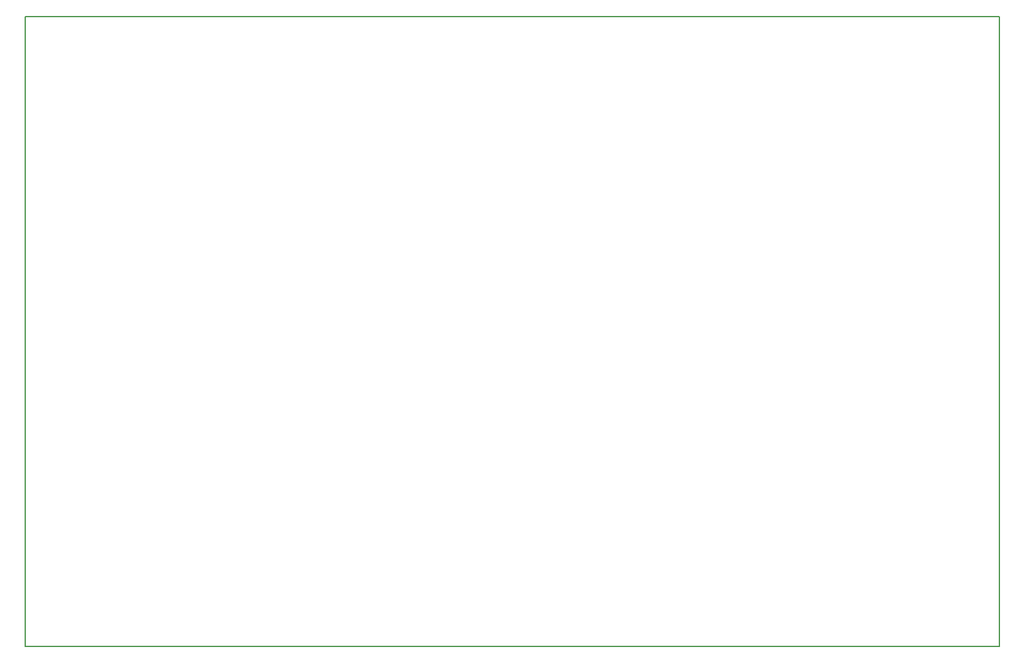
<source format=gbo>
G04 MADE WITH FRITZING*
G04 WWW.FRITZING.ORG*
G04 DOUBLE SIDED*
G04 HOLES PLATED*
G04 CONTOUR ON CENTER OF CONTOUR VECTOR*
%ASAXBY*%
%FSLAX23Y23*%
%MOIN*%
%OFA0B0*%
%SFA1.0B1.0*%
%ADD10R,5.287450X3.425000X5.271450X3.409000*%
%ADD11C,0.008000*%
%LNSILK0*%
G90*
G70*
G54D11*
X4Y3421D02*
X5283Y3421D01*
X5283Y4D01*
X4Y4D01*
X4Y3421D01*
D02*
G04 End of Silk0*
M02*
</source>
